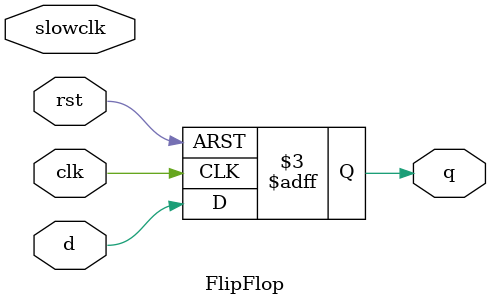
<source format=v>

`timescale 1ns/1ns

module FlipFlop(
	 input slowclk,
    input clk, 
    input rst, 
    input d, 
    output reg q
);

    always @(posedge clk or posedge rst) begin
	if(rst == 1)
      q<=0; 
		
	 else// if (slowclk==0)
begin
		  q<=d;
    end
end
endmodule


</source>
